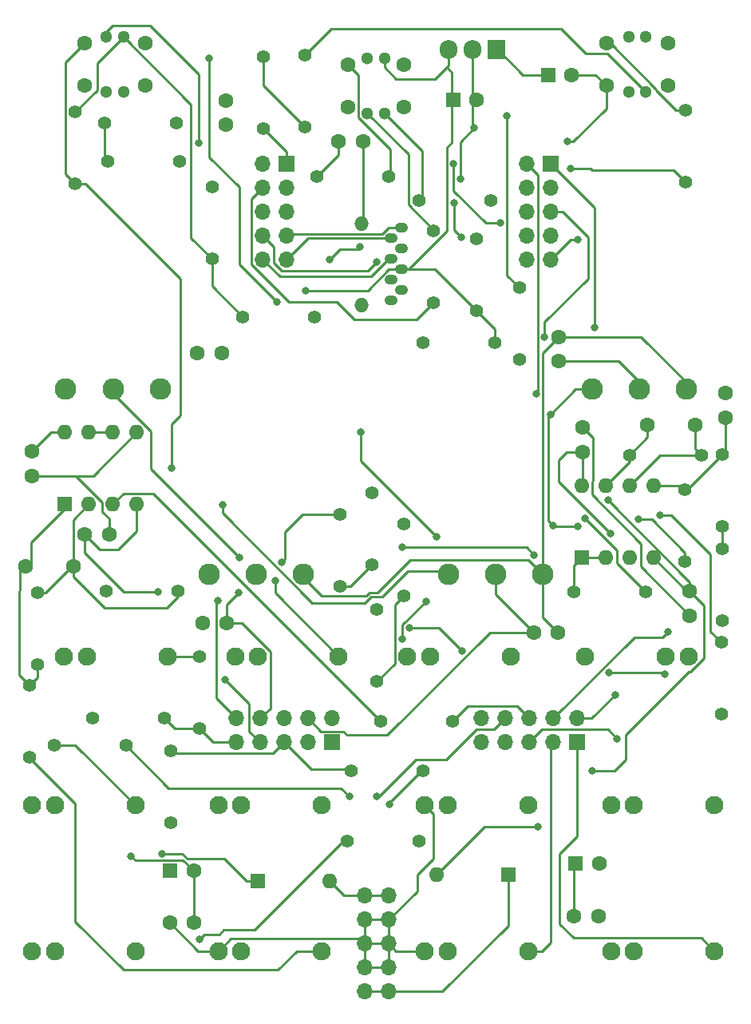
<source format=gbr>
G04 #@! TF.GenerationSoftware,KiCad,Pcbnew,(7.0.0-0)*
G04 #@! TF.CreationDate,2023-03-28T21:35:28-07:00*
G04 #@! TF.ProjectId,Kit-Trig-Sampler,4b69742d-5472-4696-972d-53616d706c65,rev?*
G04 #@! TF.SameCoordinates,PXb745f8PY7402318*
G04 #@! TF.FileFunction,Copper,L1,Top*
G04 #@! TF.FilePolarity,Positive*
%FSLAX46Y46*%
G04 Gerber Fmt 4.6, Leading zero omitted, Abs format (unit mm)*
G04 Created by KiCad (PCBNEW (7.0.0-0)) date 2023-03-28 21:35:28*
%MOMM*%
%LPD*%
G01*
G04 APERTURE LIST*
G04 #@! TA.AperFunction,ComponentPad*
%ADD10C,1.397000*%
G04 #@! TD*
G04 #@! TA.AperFunction,ComponentPad*
%ADD11C,1.600000*%
G04 #@! TD*
G04 #@! TA.AperFunction,ComponentPad*
%ADD12R,1.600000X1.600000*%
G04 #@! TD*
G04 #@! TA.AperFunction,ComponentPad*
%ADD13O,1.600000X1.600000*%
G04 #@! TD*
G04 #@! TA.AperFunction,ComponentPad*
%ADD14R,1.700000X1.700000*%
G04 #@! TD*
G04 #@! TA.AperFunction,ComponentPad*
%ADD15O,1.700000X1.700000*%
G04 #@! TD*
G04 #@! TA.AperFunction,ComponentPad*
%ADD16R,1.905000X2.000000*%
G04 #@! TD*
G04 #@! TA.AperFunction,ComponentPad*
%ADD17O,1.905000X2.000000*%
G04 #@! TD*
G04 #@! TA.AperFunction,ComponentPad*
%ADD18C,1.930400*%
G04 #@! TD*
G04 #@! TA.AperFunction,ComponentPad*
%ADD19C,1.300000*%
G04 #@! TD*
G04 #@! TA.AperFunction,ComponentPad*
%ADD20O,1.397000X1.092200*%
G04 #@! TD*
G04 #@! TA.AperFunction,ComponentPad*
%ADD21O,1.524000X1.524000*%
G04 #@! TD*
G04 #@! TA.AperFunction,ComponentPad*
%ADD22C,2.286000*%
G04 #@! TD*
G04 #@! TA.AperFunction,ViaPad*
%ADD23C,0.800000*%
G04 #@! TD*
G04 #@! TA.AperFunction,Conductor*
%ADD24C,0.250000*%
G04 #@! TD*
G04 APERTURE END LIST*
D10*
G04 #@! TO.P,R17,1*
G04 #@! TO.N,Net-(J5-SIG)*
X35949000Y19623800D03*
G04 #@! TO.P,R17,2*
G04 #@! TO.N,/D2*
X43569000Y19623800D03*
G04 #@! TD*
D11*
G04 #@! TO.P,C7,1*
G04 #@! TO.N,+12V*
X60017200Y11643800D03*
G04 #@! TO.P,C7,2*
G04 #@! TO.N,GND*
X62608000Y11643800D03*
G04 #@! TD*
G04 #@! TO.P,C17,1*
G04 #@! TO.N,/D12*
X35017200Y93743800D03*
G04 #@! TO.P,C17,2*
G04 #@! TO.N,GND*
X37608000Y93743800D03*
G04 #@! TD*
D10*
G04 #@! TO.P,R26,1*
G04 #@! TO.N,Net-(PLAY_BUT1-POLE-A)*
X40299000Y90043800D03*
G04 #@! TO.P,R26,2*
G04 #@! TO.N,/D12*
X32679000Y90043800D03*
G04 #@! TD*
G04 #@! TO.P,R2,1*
G04 #@! TO.N,Net-(J1-SIG)*
X39089000Y44153800D03*
G04 #@! TO.P,R2,2*
G04 #@! TO.N,/A0*
X39089000Y36533800D03*
G04 #@! TD*
G04 #@! TO.P,R37,1*
G04 #@! TO.N,Net-(R37-Pad1)*
X75759000Y52983800D03*
G04 #@! TO.P,R37,2*
G04 #@! TO.N,Net-(U1B-+)*
X75759000Y60603800D03*
G04 #@! TD*
D12*
G04 #@! TO.P,D2,1,K*
G04 #@! TO.N,Net-(D2-K)*
X52998999Y16043799D03*
D13*
G04 #@! TO.P,D2,2,A*
G04 #@! TO.N,-12VA*
X45378999Y16043799D03*
G04 #@! TD*
D10*
G04 #@! TO.P,R33,1*
G04 #@! TO.N,Net-(J13-SIG)*
X43979000Y27093800D03*
G04 #@! TO.P,R33,2*
G04 #@! TO.N,/A4*
X36359000Y27093800D03*
G04 #@! TD*
D14*
G04 #@! TO.P,JC1,1,+12V*
G04 #@! TO.N,/A0*
X34340977Y30079999D03*
D15*
G04 #@! TO.P,JC1,2,+12V*
G04 #@! TO.N,/A1*
X34340977Y32619999D03*
G04 #@! TO.P,JC1,3,GND*
G04 #@! TO.N,/A2*
X31800977Y30079999D03*
G04 #@! TO.P,JC1,4,GND*
G04 #@! TO.N,/A3*
X31800977Y32619999D03*
G04 #@! TO.P,JC1,5,GND*
G04 #@! TO.N,/A4*
X29260977Y30079999D03*
G04 #@! TO.P,JC1,6,GND*
G04 #@! TO.N,/A5*
X29260977Y32619999D03*
G04 #@! TO.P,JC1,7,GND*
G04 #@! TO.N,/A6*
X26720977Y30079999D03*
G04 #@! TO.P,JC1,8,GND*
G04 #@! TO.N,/A7*
X26720977Y32619999D03*
G04 #@! TO.P,JC1,9,-12V*
G04 #@! TO.N,/A8*
X24180977Y30079999D03*
G04 #@! TO.P,JC1,10,-12V*
G04 #@! TO.N,/A9*
X24180977Y32619999D03*
G04 #@! TD*
D10*
G04 #@! TO.P,R16,1*
G04 #@! TO.N,Net-(R16-Pad1)*
X31489000Y95333800D03*
G04 #@! TO.P,R16,2*
G04 #@! TO.N,Net-(Bank_But1-B)*
X31489000Y102953800D03*
G04 #@! TD*
D11*
G04 #@! TO.P,C1,1*
G04 #@! TO.N,/A1*
X58389000Y70472000D03*
G04 #@! TO.P,C1,2*
G04 #@! TO.N,GNDADC*
X58389000Y73062800D03*
G04 #@! TD*
D12*
G04 #@! TO.P,C4,1*
G04 #@! TO.N,+12V*
X60188999Y17243799D03*
D11*
G04 #@! TO.P,C4,2*
G04 #@! TO.N,GND*
X62689000Y17243800D03*
G04 #@! TD*
D10*
G04 #@! TO.P,R5,1*
G04 #@! TO.N,GND*
X41989000Y53253800D03*
G04 #@! TO.P,R5,2*
G04 #@! TO.N,/A0*
X41989000Y45633800D03*
G04 #@! TD*
G04 #@! TO.P,R14,1*
G04 #@! TO.N,Net-(U2A--)*
X3089000Y45963800D03*
G04 #@! TO.P,R14,2*
G04 #@! TO.N,Net-(C11-Pad2)*
X3089000Y38343800D03*
G04 #@! TD*
G04 #@! TO.P,R25,1*
G04 #@! TO.N,Net-(Bank_But1-POLE-A)*
X71805800Y97104200D03*
G04 #@! TO.P,R25,2*
G04 #@! TO.N,/D6*
X71805800Y89484200D03*
G04 #@! TD*
D11*
G04 #@! TO.P,C15,1*
G04 #@! TO.N,-12VA*
X8078200Y52133800D03*
G04 #@! TO.P,C15,2*
G04 #@! TO.N,GND*
X10669000Y52133800D03*
G04 #@! TD*
D12*
G04 #@! TO.P,C19,1*
G04 #@! TO.N,+12V*
X57263999Y100818799D03*
D11*
G04 #@! TO.P,C19,2*
G04 #@! TO.N,GND*
X59764000Y100818800D03*
G04 #@! TD*
D12*
G04 #@! TO.P,C20,1*
G04 #@! TO.N,+3V3*
X47188999Y98218799D03*
D11*
G04 #@! TO.P,C20,2*
G04 #@! TO.N,GND*
X49689000Y98218800D03*
G04 #@! TD*
D12*
G04 #@! TO.P,D1,1,K*
G04 #@! TO.N,+12V*
X26478999Y15343799D03*
D13*
G04 #@! TO.P,D1,2,A*
G04 #@! TO.N,Net-(D1-A)*
X34098999Y15343799D03*
G04 #@! TD*
D11*
G04 #@! TO.P,C13,1*
G04 #@! TO.N,-12VA*
X72289000Y46115600D03*
G04 #@! TO.P,C13,2*
G04 #@! TO.N,GND*
X72289000Y43524800D03*
G04 #@! TD*
D10*
G04 #@! TO.P,R23,1*
G04 #@! TO.N,Net-(PLAY_BUT1-G)*
X54189000Y78253800D03*
G04 #@! TO.P,R23,2*
G04 #@! TO.N,/D14*
X54189000Y70633800D03*
G04 #@! TD*
D11*
G04 #@! TO.P,C9,1*
G04 #@! TO.N,/A7*
X23160800Y42743800D03*
G04 #@! TO.P,C9,2*
G04 #@! TO.N,GNDADC*
X20570000Y42743800D03*
G04 #@! TD*
D12*
G04 #@! TO.P,U1,1*
G04 #@! TO.N,Net-(U1A--)*
X60788999Y49633799D03*
D13*
G04 #@! TO.P,U1,2,-*
X63328999Y49633799D03*
G04 #@! TO.P,U1,3,+*
G04 #@! TO.N,Net-(U1A-+)*
X65868999Y49633799D03*
G04 #@! TO.P,U1,4,V-*
G04 #@! TO.N,-12VA*
X68408999Y49633799D03*
G04 #@! TO.P,U1,5,+*
G04 #@! TO.N,Net-(U1B-+)*
X68408999Y57253799D03*
G04 #@! TO.P,U1,6,-*
G04 #@! TO.N,Net-(U1B--)*
X65868999Y57253799D03*
G04 #@! TO.P,U1,7*
G04 #@! TO.N,/A2*
X63328999Y57253799D03*
G04 #@! TO.P,U1,8,V+*
G04 #@! TO.N,+12V*
X60788999Y57253799D03*
G04 #@! TD*
D10*
G04 #@! TO.P,R30,1*
G04 #@! TO.N,+3V3*
X51562000Y72415400D03*
G04 #@! TO.P,R30,2*
G04 #@! TO.N,/D4*
X43942000Y72415400D03*
G04 #@! TD*
G04 #@! TO.P,R21,1*
G04 #@! TO.N,Net-(R21-Pad1)*
X10219000Y95703800D03*
G04 #@! TO.P,R21,2*
G04 #@! TO.N,Net-(REV_BUT1-R)*
X17839000Y95703800D03*
G04 #@! TD*
G04 #@! TO.P,R20,1*
G04 #@! TO.N,Net-(J6-SIG)*
X4829000Y29753800D03*
G04 #@! TO.P,R20,2*
G04 #@! TO.N,/D13*
X12449000Y29753800D03*
G04 #@! TD*
D15*
G04 #@! TO.P,J14,1,+12V*
G04 #@! TO.N,Net-(D1-A)*
X37818999Y13823799D03*
G04 #@! TO.P,J14,2,+12V*
X40358999Y13823799D03*
G04 #@! TO.P,J14,3,GND*
G04 #@! TO.N,GND*
X37818999Y11283799D03*
G04 #@! TO.P,J14,4,GND*
X40358999Y11283799D03*
G04 #@! TO.P,J14,5,GND*
X37818999Y8743799D03*
G04 #@! TO.P,J14,6,GND*
X40358999Y8743799D03*
G04 #@! TO.P,J14,7,GND*
X37818999Y6203799D03*
G04 #@! TO.P,J14,8,GND*
X40358999Y6203799D03*
G04 #@! TO.P,J14,9,-12V*
G04 #@! TO.N,Net-(D2-K)*
X37818999Y3663799D03*
G04 #@! TO.P,J14,10,-12V*
X40358999Y3663799D03*
G04 #@! TD*
D10*
G04 #@! TO.P,R4,1*
G04 #@! TO.N,Net-(J3-SIG)*
X20289000Y39153800D03*
G04 #@! TO.P,R4,2*
G04 #@! TO.N,/A8*
X20289000Y31533800D03*
G04 #@! TD*
G04 #@! TO.P,R28,1*
G04 #@! TO.N,+3V3*
X21589000Y81333800D03*
G04 #@! TO.P,R28,2*
G04 #@! TO.N,/D18*
X21589000Y88953800D03*
G04 #@! TD*
G04 #@! TO.P,R40,1*
G04 #@! TO.N,/D5*
X27079000Y95173800D03*
G04 #@! TO.P,R40,2*
G04 #@! TO.N,Net-(R16-Pad1)*
X27079000Y102793800D03*
G04 #@! TD*
G04 #@! TO.P,R1,1*
G04 #@! TO.N,Net-(J4-SIG)*
X75639000Y33043800D03*
G04 #@! TO.P,R1,2*
G04 #@! TO.N,Net-(U1A-+)*
X75639000Y40663800D03*
G04 #@! TD*
G04 #@! TO.P,R41,1*
G04 #@! TO.N,/D7*
X18149000Y91653800D03*
G04 #@! TO.P,R41,2*
G04 #@! TO.N,Net-(R21-Pad1)*
X10529000Y91653800D03*
G04 #@! TD*
G04 #@! TO.P,R12,1*
G04 #@! TO.N,/D15*
X47099000Y32343800D03*
G04 #@! TO.P,R12,2*
G04 #@! TO.N,Net-(U2A-+)*
X39479000Y32343800D03*
G04 #@! TD*
D11*
G04 #@! TO.P,C8,1*
G04 #@! TO.N,-12VA*
X19709800Y10943800D03*
G04 #@! TO.P,C8,2*
G04 #@! TO.N,GND*
X17119000Y10943800D03*
G04 #@! TD*
D10*
G04 #@! TO.P,R27,1*
G04 #@! TO.N,+3V3*
X7061200Y96875600D03*
G04 #@! TO.P,R27,2*
G04 #@! TO.N,/A6*
X7061200Y89255600D03*
G04 #@! TD*
D11*
G04 #@! TO.P,C6,1*
G04 #@! TO.N,/A2*
X67774400Y63743800D03*
G04 #@! TO.P,C6,2*
G04 #@! TO.N,Net-(U1B--)*
X72854400Y63743800D03*
G04 #@! TD*
D10*
G04 #@! TO.P,R6,1*
G04 #@! TO.N,GND*
X38589000Y56553800D03*
G04 #@! TO.P,R6,2*
G04 #@! TO.N,/A5*
X38589000Y48933800D03*
G04 #@! TD*
G04 #@! TO.P,R9,1*
G04 #@! TO.N,GND*
X75759000Y42963800D03*
G04 #@! TO.P,R9,2*
G04 #@! TO.N,Net-(R37-Pad1)*
X75759000Y50583800D03*
G04 #@! TD*
G04 #@! TO.P,R32,1*
G04 #@! TO.N,+3V3*
X24879000Y75143800D03*
G04 #@! TO.P,R32,2*
G04 #@! TO.N,/D17*
X32499000Y75143800D03*
G04 #@! TD*
D11*
G04 #@! TO.P,C2,1*
G04 #@! TO.N,/A9*
X20017200Y71343800D03*
G04 #@! TO.P,C2,2*
G04 #@! TO.N,GNDADC*
X22608000Y71343800D03*
G04 #@! TD*
D10*
G04 #@! TO.P,R13,1*
G04 #@! TO.N,GND*
X10329000Y46143800D03*
G04 #@! TO.P,R13,2*
G04 #@! TO.N,Net-(U2A--)*
X17949000Y46143800D03*
G04 #@! TD*
G04 #@! TO.P,R19,1*
G04 #@! TO.N,/D8*
X45089000Y76663800D03*
G04 #@! TO.P,R19,2*
G04 #@! TO.N,Net-(PLAY_BUT1-R)*
X45089000Y84283800D03*
G04 #@! TD*
D12*
G04 #@! TO.P,C5,1*
G04 #@! TO.N,GND*
X17138999Y16443799D03*
D11*
G04 #@! TO.P,C5,2*
G04 #@! TO.N,-12VA*
X19639000Y16443800D03*
G04 #@! TD*
G04 #@! TO.P,C14,1*
G04 #@! TO.N,+12V*
X2489000Y60915600D03*
G04 #@! TO.P,C14,2*
G04 #@! TO.N,GND*
X2489000Y58324800D03*
G04 #@! TD*
D10*
G04 #@! TO.P,R34,1*
G04 #@! TO.N,GND*
X17189000Y21533800D03*
G04 #@! TO.P,R34,2*
G04 #@! TO.N,/A4*
X17189000Y29153800D03*
G04 #@! TD*
D14*
G04 #@! TO.P,JA1,1,+12V*
G04 #@! TO.N,-12VA*
X57530999Y91429991D03*
D15*
G04 #@! TO.P,JA1,2,+12V*
G04 #@! TO.N,VREF+*
X54990999Y91429991D03*
G04 #@! TO.P,JA1,3,GND*
G04 #@! TO.N,/D11*
X57530999Y88889991D03*
G04 #@! TO.P,JA1,4,GND*
G04 #@! TO.N,/D10*
X54990999Y88889991D03*
G04 #@! TO.P,JA1,5,GND*
G04 #@! TO.N,/D14*
X57530999Y86349991D03*
G04 #@! TO.P,JA1,6,GND*
G04 #@! TO.N,/D12*
X54990999Y86349991D03*
G04 #@! TO.P,JA1,7,GND*
G04 #@! TO.N,GND*
X57530999Y83809991D03*
G04 #@! TO.P,JA1,8,GND*
G04 #@! TO.N,GNDADC*
X54990999Y83809991D03*
G04 #@! TO.P,JA1,9,-12V*
G04 #@! TO.N,+12V*
X57530999Y81269991D03*
G04 #@! TO.P,JA1,10,-12V*
G04 #@! TO.N,/Unused(5V)*
X54990999Y81269991D03*
G04 #@! TD*
D10*
G04 #@! TO.P,R31,1*
G04 #@! TO.N,+3V3*
X49649000Y75813800D03*
G04 #@! TO.P,R31,2*
G04 #@! TO.N,/D16*
X49649000Y83433800D03*
G04 #@! TD*
D12*
G04 #@! TO.P,U2,1*
G04 #@! TO.N,Net-(C11-Pad2)*
X5988999Y55333799D03*
D13*
G04 #@! TO.P,U2,2,-*
G04 #@! TO.N,Net-(U2A--)*
X8528999Y55333799D03*
G04 #@! TO.P,U2,3,+*
G04 #@! TO.N,Net-(U2A-+)*
X11068999Y55333799D03*
G04 #@! TO.P,U2,4,V-*
G04 #@! TO.N,-12VA*
X13608999Y55333799D03*
G04 #@! TO.P,U2,5,+*
G04 #@! TO.N,GND*
X13608999Y62953799D03*
G04 #@! TO.P,U2,6,-*
G04 #@! TO.N,Net-(U2B--)*
X11068999Y62953799D03*
G04 #@! TO.P,U2,7*
X8528999Y62953799D03*
G04 #@! TO.P,U2,8,V+*
G04 #@! TO.N,+12V*
X5988999Y62953799D03*
G04 #@! TD*
D10*
G04 #@! TO.P,R7,1*
G04 #@! TO.N,GND*
X8919000Y32673800D03*
G04 #@! TO.P,R7,2*
G04 #@! TO.N,/A8*
X16539000Y32673800D03*
G04 #@! TD*
D16*
G04 #@! TO.P,U3,1,IN*
G04 #@! TO.N,+12V*
X51803999Y103526299D03*
D17*
G04 #@! TO.P,U3,2,GND*
G04 #@! TO.N,GND*
X49263999Y103526299D03*
G04 #@! TO.P,U3,3,OUT*
G04 #@! TO.N,+3V3*
X46723999Y103526299D03*
G04 #@! TD*
D11*
G04 #@! TO.P,C12,1*
G04 #@! TO.N,+12V*
X60889000Y60872000D03*
G04 #@! TO.P,C12,2*
G04 #@! TO.N,GND*
X60889000Y63462800D03*
G04 #@! TD*
G04 #@! TO.P,C16,1*
G04 #@! TO.N,/D6*
X23089000Y95543800D03*
G04 #@! TO.P,C16,2*
G04 #@! TO.N,GND*
X23089000Y98134600D03*
G04 #@! TD*
D10*
G04 #@! TO.P,R11,1*
G04 #@! TO.N,Net-(U1B-+)*
X71789000Y56853800D03*
G04 #@! TO.P,R11,2*
G04 #@! TO.N,VREF+*
X71789000Y49233800D03*
G04 #@! TD*
G04 #@! TO.P,R10,1*
G04 #@! TO.N,/A2*
X65879000Y60543800D03*
G04 #@! TO.P,R10,2*
G04 #@! TO.N,Net-(U1B--)*
X73499000Y60543800D03*
G04 #@! TD*
G04 #@! TO.P,R15,1*
G04 #@! TO.N,Net-(C11-Pad2)*
X2239000Y36093800D03*
G04 #@! TO.P,R15,2*
G04 #@! TO.N,Net-(J7-SIG)*
X2239000Y28473800D03*
G04 #@! TD*
D11*
G04 #@! TO.P,C11,1*
G04 #@! TO.N,Net-(U2A--)*
X6883600Y48763800D03*
G04 #@! TO.P,C11,2*
G04 #@! TO.N,Net-(C11-Pad2)*
X1803600Y48763800D03*
G04 #@! TD*
D10*
G04 #@! TO.P,R18,1*
G04 #@! TO.N,/D11*
X51189000Y87553800D03*
G04 #@! TO.P,R18,2*
G04 #@! TO.N,Net-(PLAY_BUT1-B)*
X43569000Y87553800D03*
G04 #@! TD*
D14*
G04 #@! TO.P,JB1,1,+12V*
G04 #@! TO.N,/AUDIO_OUT2*
X60341001Y30079999D03*
D15*
G04 #@! TO.P,JB1,2,+12V*
G04 #@! TO.N,/D0*
X60341001Y32619999D03*
G04 #@! TO.P,JB1,3,GND*
G04 #@! TO.N,/AUDIO_OUT1*
X57801001Y30079999D03*
G04 #@! TO.P,JB1,4,GND*
G04 #@! TO.N,/D1*
X57801001Y32619999D03*
G04 #@! TO.P,JB1,5,GND*
G04 #@! TO.N,/AUDIO_IN2*
X55261001Y30079999D03*
G04 #@! TO.P,JB1,6,GND*
G04 #@! TO.N,/D15*
X55261001Y32619999D03*
G04 #@! TO.P,JB1,7,GND*
G04 #@! TO.N,/AUDIO_IN1*
X52721001Y30079999D03*
G04 #@! TO.P,JB1,8,GND*
G04 #@! TO.N,/D13*
X52721001Y32619999D03*
G04 #@! TO.P,JB1,9,-12V*
G04 #@! TO.N,/D3*
X50181001Y30079999D03*
G04 #@! TO.P,JB1,10,-12V*
G04 #@! TO.N,/D2*
X50181001Y32619999D03*
G04 #@! TD*
D10*
G04 #@! TO.P,R8,1*
G04 #@! TO.N,Net-(U1A--)*
X59979000Y46043800D03*
G04 #@! TO.P,R8,2*
G04 #@! TO.N,Net-(U1B--)*
X67599000Y46043800D03*
G04 #@! TD*
D11*
G04 #@! TO.P,C3,1*
G04 #@! TO.N,GND*
X76089000Y67115600D03*
G04 #@! TO.P,C3,2*
G04 #@! TO.N,Net-(U1B-+)*
X76089000Y64524800D03*
G04 #@! TD*
D14*
G04 #@! TO.P,JD1,1,+12V*
G04 #@! TO.N,/D5*
X29530979Y91429991D03*
D15*
G04 #@! TO.P,JD1,2,+12V*
G04 #@! TO.N,/D6*
X26990979Y91429991D03*
G04 #@! TO.P,JD1,3,GND*
G04 #@! TO.N,/D19*
X29530979Y88889991D03*
G04 #@! TO.P,JD1,4,GND*
G04 #@! TO.N,/D8*
X26990979Y88889991D03*
G04 #@! TO.P,JD1,5,GND*
G04 #@! TO.N,/D18*
X29530979Y86349991D03*
G04 #@! TO.P,JD1,6,GND*
G04 #@! TO.N,/D7*
X26990979Y86349991D03*
G04 #@! TO.P,JD1,7,GND*
G04 #@! TO.N,/D17*
X29530979Y83809991D03*
G04 #@! TO.P,JD1,8,GND*
G04 #@! TO.N,/D4*
X26990979Y83809991D03*
G04 #@! TO.P,JD1,9,-12V*
G04 #@! TO.N,/D16*
X29530979Y81269991D03*
G04 #@! TO.P,JD1,10,-12V*
G04 #@! TO.N,/D9*
X26990979Y81269991D03*
G04 #@! TD*
D10*
G04 #@! TO.P,R3,1*
G04 #@! TO.N,Net-(J2-SIG)*
X35189000Y54253800D03*
G04 #@! TO.P,R3,2*
G04 #@! TO.N,/A5*
X35189000Y46633800D03*
G04 #@! TD*
D11*
G04 #@! TO.P,C10,1*
G04 #@! TO.N,/A3*
X55717200Y41743800D03*
G04 #@! TO.P,C10,2*
G04 #@! TO.N,GNDADC*
X58308000Y41743800D03*
G04 #@! TD*
D18*
G04 #@! TO.P,J10,1,SIG*
G04 #@! TO.N,/AUDIO_IN1*
X55153000Y23386564D03*
G04 #@! TO.P,J10,2,SHEILD*
G04 #@! TO.N,GND*
X44180200Y23386564D03*
G04 #@! TO.P,J10,3,SW*
G04 #@! TO.N,unconnected-(J10-SW-Pad3)*
X46593200Y23386564D03*
G04 #@! TD*
D11*
G04 #@! TO.P,Bank_But1,1,UP-A*
G04 #@! TO.N,unconnected-(Bank_But1-UP-A-Pad1)*
X69939000Y104186564D03*
G04 #@! TO.P,Bank_But1,2,POLE-A*
G04 #@! TO.N,Net-(Bank_But1-POLE-A)*
X63439000Y104186564D03*
G04 #@! TO.P,Bank_But1,3,DOWN-A*
G04 #@! TO.N,unconnected-(Bank_But1-DOWN-A-Pad3)*
X69939000Y99686564D03*
G04 #@! TO.P,Bank_But1,4,UP-B*
G04 #@! TO.N,GND*
X63439000Y99686564D03*
D19*
G04 #@! TO.P,Bank_But1,5,CA*
G04 #@! TO.N,+3V3*
X67589000Y104836564D03*
G04 #@! TO.P,Bank_But1,6,G*
G04 #@! TO.N,/D0*
X65789000Y104836564D03*
G04 #@! TO.P,Bank_But1,7,R*
G04 #@! TO.N,/D1*
X65789000Y99036564D03*
G04 #@! TO.P,Bank_But1,8,B*
G04 #@! TO.N,Net-(Bank_But1-B)*
X67589000Y99036564D03*
G04 #@! TD*
D20*
G04 #@! TO.P,SD1,1,DAT2*
G04 #@! TO.N,/D18*
X40618999Y76904048D03*
G04 #@! TO.P,SD1,2,CD/DAT3*
G04 #@! TO.N,/D19*
X41718819Y78003868D03*
G04 #@! TO.P,SD1,3,CMD*
G04 #@! TO.N,/D4*
X40618999Y79103942D03*
G04 #@! TO.P,SD1,4,VDD*
G04 #@! TO.N,+3V3*
X41718819Y80203762D03*
G04 #@! TO.P,SD1,5,CLK*
G04 #@! TO.N,/D9*
X40618999Y81303836D03*
G04 #@! TO.P,SD1,6,VSS*
G04 #@! TO.N,GND*
X41718819Y82403656D03*
G04 #@! TO.P,SD1,7,DAT0*
G04 #@! TO.N,/D16*
X40618999Y83503730D03*
G04 #@! TO.P,SD1,8,DAT1*
G04 #@! TO.N,/D17*
X41718819Y84603550D03*
D21*
G04 #@! TO.P,SD1,9,SHELL1*
G04 #@! TO.N,GND*
X37449079Y76461199D03*
G04 #@! TO.P,SD1,10,SHELL2*
X37449079Y85046399D03*
G04 #@! TD*
D22*
G04 #@! TO.P,POT_LENGTH1,1,Left*
G04 #@! TO.N,GNDADC*
X31289000Y47919800D03*
G04 #@! TO.P,POT_LENGTH1,2,Center*
G04 #@! TO.N,/A7*
X26289000Y47919800D03*
G04 #@! TO.P,POT_LENGTH1,3,Right*
G04 #@! TO.N,VREF+*
X21289000Y47919800D03*
G04 #@! TD*
D18*
G04 #@! TO.P,J2,1,SIG*
G04 #@! TO.N,Net-(J2-SIG)*
X35046000Y39186564D03*
G04 #@! TO.P,J2,2,SHEILD*
G04 #@! TO.N,GND*
X24073200Y39186564D03*
G04 #@! TO.P,J2,3,SW*
X26486200Y39186564D03*
G04 #@! TD*
D22*
G04 #@! TO.P,POT_PITCH1,1,Left*
G04 #@! TO.N,GNDADC*
X71889000Y67507564D03*
G04 #@! TO.P,POT_PITCH1,2,Center*
G04 #@! TO.N,/A1*
X66889000Y67507564D03*
G04 #@! TO.P,POT_PITCH1,3,Right*
G04 #@! TO.N,VREF+*
X61889000Y67507564D03*
G04 #@! TD*
D18*
G04 #@! TO.P,J7,1,SIG*
G04 #@! TO.N,Net-(J7-SIG)*
X33266000Y7961564D03*
G04 #@! TO.P,J7,2,SHEILD*
G04 #@! TO.N,GND*
X22293200Y7961564D03*
G04 #@! TO.P,J7,3,SW*
G04 #@! TO.N,unconnected-(J7-SW-Pad3)*
X24706200Y7961564D03*
G04 #@! TD*
G04 #@! TO.P,J6,1,SIG*
G04 #@! TO.N,Net-(J6-SIG)*
X13471000Y23386564D03*
G04 #@! TO.P,J6,2,SHEILD*
G04 #@! TO.N,GND*
X2498200Y23386564D03*
G04 #@! TO.P,J6,3,SW*
X4911200Y23386564D03*
G04 #@! TD*
G04 #@! TO.P,J4,1,SIG*
G04 #@! TO.N,Net-(J4-SIG)*
X61182000Y39186564D03*
G04 #@! TO.P,J4,2,SHEILD*
G04 #@! TO.N,GND*
X72154800Y39186564D03*
G04 #@! TO.P,J4,3,SW*
X69741800Y39186564D03*
G04 #@! TD*
D11*
G04 #@! TO.P,REV_BUT1,1,UP-A*
G04 #@! TO.N,unconnected-(REV_BUT1-UP-A-Pad1)*
X14539000Y104186564D03*
G04 #@! TO.P,REV_BUT1,2,POLE-A*
G04 #@! TO.N,/A6*
X8039000Y104186564D03*
G04 #@! TO.P,REV_BUT1,3,DOWN-A*
G04 #@! TO.N,unconnected-(REV_BUT1-DOWN-A-Pad3)*
X14539000Y99686564D03*
G04 #@! TO.P,REV_BUT1,4,UP-B*
G04 #@! TO.N,GND*
X8039000Y99686564D03*
D19*
G04 #@! TO.P,REV_BUT1,5,CA*
G04 #@! TO.N,+3V3*
X12189000Y104836564D03*
G04 #@! TO.P,REV_BUT1,6,G*
G04 #@! TO.N,/D10*
X10389000Y104836564D03*
G04 #@! TO.P,REV_BUT1,7,R*
G04 #@! TO.N,Net-(REV_BUT1-R)*
X10389000Y99036564D03*
G04 #@! TO.P,REV_BUT1,8,B*
G04 #@! TO.N,/D3*
X12189000Y99036564D03*
G04 #@! TD*
D18*
G04 #@! TO.P,J5,1,SIG*
G04 #@! TO.N,Net-(J5-SIG)*
X13471000Y7961564D03*
G04 #@! TO.P,J5,2,SHEILD*
G04 #@! TO.N,GND*
X2498200Y7961564D03*
G04 #@! TO.P,J5,3,SW*
X4911200Y7961564D03*
G04 #@! TD*
G04 #@! TO.P,J9,1,SIG*
G04 #@! TO.N,/AUDIO_OUT1*
X55126000Y7961564D03*
G04 #@! TO.P,J9,2,SHEILD*
G04 #@! TO.N,GND*
X44153200Y7961564D03*
G04 #@! TO.P,J9,3,SW*
G04 #@! TO.N,unconnected-(J9-SW-Pad3)*
X46566200Y7961564D03*
G04 #@! TD*
G04 #@! TO.P,J8,1,SIG*
G04 #@! TO.N,/AUDIO_IN2*
X74921000Y23386564D03*
G04 #@! TO.P,J8,2,SHEILD*
G04 #@! TO.N,GND*
X63948200Y23386564D03*
G04 #@! TO.P,J8,3,SW*
G04 #@! TO.N,unconnected-(J8-SW-Pad3)*
X66361200Y23386564D03*
G04 #@! TD*
G04 #@! TO.P,J1,1,SIG*
G04 #@! TO.N,Net-(J1-SIG)*
X53271000Y39186564D03*
G04 #@! TO.P,J1,2,SHEILD*
G04 #@! TO.N,GND*
X42298200Y39186564D03*
G04 #@! TO.P,J1,3,SW*
X44711200Y39186564D03*
G04 #@! TD*
G04 #@! TO.P,J11,1,SIG*
G04 #@! TO.N,/AUDIO_OUT2*
X74921000Y7961564D03*
G04 #@! TO.P,J11,2,SHEILD*
G04 #@! TO.N,GND*
X63948200Y7961564D03*
G04 #@! TO.P,J11,3,SW*
G04 #@! TO.N,unconnected-(J11-SW-Pad3)*
X66361200Y7961564D03*
G04 #@! TD*
G04 #@! TO.P,J13,1,SIG*
G04 #@! TO.N,Net-(J13-SIG)*
X33239000Y23386564D03*
G04 #@! TO.P,J13,2,SHEILD*
G04 #@! TO.N,GND*
X22266200Y23386564D03*
G04 #@! TO.P,J13,3,SW*
X24679200Y23386564D03*
G04 #@! TD*
D22*
G04 #@! TO.P,POT_START1,1,Left*
G04 #@! TO.N,GNDADC*
X56689000Y47875481D03*
G04 #@! TO.P,POT_START1,2,Center*
G04 #@! TO.N,/A3*
X51689000Y47875481D03*
G04 #@! TO.P,POT_START1,3,Right*
G04 #@! TO.N,VREF+*
X46689000Y47875481D03*
G04 #@! TD*
D11*
G04 #@! TO.P,PLAY_BUT1,1,UP-A*
G04 #@! TO.N,unconnected-(PLAY_BUT1-UP-A-Pad1)*
X41985000Y101911564D03*
G04 #@! TO.P,PLAY_BUT1,2,POLE-A*
G04 #@! TO.N,Net-(PLAY_BUT1-POLE-A)*
X35993000Y101911564D03*
G04 #@! TO.P,PLAY_BUT1,3,DOWN-A*
G04 #@! TO.N,unconnected-(PLAY_BUT1-DOWN-A-Pad3)*
X41985000Y97411564D03*
G04 #@! TO.P,PLAY_BUT1,4,UP-B*
G04 #@! TO.N,GND*
X35993000Y97411564D03*
D19*
G04 #@! TO.P,PLAY_BUT1,5,CA*
G04 #@! TO.N,+3V3*
X39889000Y102561564D03*
G04 #@! TO.P,PLAY_BUT1,6,G*
G04 #@! TO.N,Net-(PLAY_BUT1-G)*
X38089000Y102561564D03*
G04 #@! TO.P,PLAY_BUT1,7,R*
G04 #@! TO.N,Net-(PLAY_BUT1-R)*
X38089000Y96761564D03*
G04 #@! TO.P,PLAY_BUT1,8,B*
G04 #@! TO.N,Net-(PLAY_BUT1-B)*
X39889000Y96761564D03*
G04 #@! TD*
D22*
G04 #@! TO.P,POT_SAMP1,1,Left*
G04 #@! TO.N,GNDADC*
X16089000Y67507564D03*
G04 #@! TO.P,POT_SAMP1,2,Center*
G04 #@! TO.N,/A9*
X11089000Y67507564D03*
G04 #@! TO.P,POT_SAMP1,3,Right*
G04 #@! TO.N,VREF+*
X6089000Y67507564D03*
G04 #@! TD*
D18*
G04 #@! TO.P,J3,1,SIG*
G04 #@! TO.N,Net-(J3-SIG)*
X16871000Y39186564D03*
G04 #@! TO.P,J3,2,SHEILD*
G04 #@! TO.N,GND*
X5898200Y39186564D03*
G04 #@! TO.P,J3,3,SW*
X8311200Y39186564D03*
G04 #@! TD*
D23*
G04 #@! TO.N,GND*
X59314000Y93743800D03*
X49439000Y95218800D03*
X37279000Y82633800D03*
X47283500Y87254800D03*
X47953500Y89819300D03*
X34031701Y81276501D03*
X48046299Y83641099D03*
G04 #@! TO.N,+3V3*
X31519000Y77973800D03*
G04 #@! TO.N,+12V*
X60389000Y83368800D03*
X63889000Y52243800D03*
X16289000Y18293300D03*
G04 #@! TO.N,-12VA*
X15849000Y46013800D03*
X63609000Y55763800D03*
X62169000Y74043800D03*
X12989000Y18043800D03*
X61889000Y27043800D03*
X56189000Y21143800D03*
G04 #@! TO.N,/A2*
X55789000Y49943800D03*
X41789000Y50743800D03*
G04 #@! TO.N,/A7*
X24389000Y45943800D03*
G04 #@! TO.N,/A6*
X22989000Y36743800D03*
X17335343Y59190143D03*
G04 #@! TO.N,/D6*
X59664500Y90918800D03*
G04 #@! TO.N,/A9*
X22189000Y45143800D03*
X24489000Y49643800D03*
G04 #@! TO.N,Net-(U1B--)*
X61189000Y53793300D03*
G04 #@! TO.N,/D13*
X39089000Y24343800D03*
X36189000Y24343800D03*
G04 #@! TO.N,/AUDIO_IN2*
X64589000Y30443800D03*
G04 #@! TO.N,Net-(J1-SIG)*
X42538899Y42243800D03*
X48121701Y39801099D03*
G04 #@! TO.N,VREF+*
X60429000Y52943800D03*
X66879000Y53736099D03*
X22689000Y55243800D03*
X57489000Y64843800D03*
X57814000Y53068800D03*
X55964500Y67043800D03*
G04 #@! TO.N,/D10*
X20189000Y93603800D03*
G04 #@! TO.N,/D14*
X56890500Y73043800D03*
G04 #@! TO.N,/D12*
X47229000Y91423800D03*
X52164500Y85153800D03*
G04 #@! TO.N,/D0*
X64389000Y35143800D03*
G04 #@! TO.N,/D1*
X69951299Y41781501D03*
G04 #@! TO.N,/D3*
X21279000Y102593800D03*
X28509000Y76733800D03*
X37359000Y62963800D03*
X45409000Y51883800D03*
G04 #@! TO.N,/A1*
X41789000Y41043800D03*
X44289000Y45043800D03*
G04 #@! TO.N,Net-(J2-SIG)*
X28295600Y47218600D03*
X28973440Y49166442D03*
G04 #@! TO.N,Net-(J4-SIG)*
X69672200Y37287200D03*
X63686900Y37481300D03*
G04 #@! TO.N,Net-(J13-SIG)*
X40399000Y23533800D03*
G04 #@! TO.N,Net-(PLAY_BUT1-G)*
X52839000Y96453800D03*
G04 #@! TO.N,Net-(U1A-+)*
X69149000Y54153800D03*
G04 #@! TO.N,/D4*
X39031701Y81011099D03*
G04 #@! TO.N,Net-(J5-SIG)*
X20249000Y9163800D03*
G04 #@! TD*
D24*
G04 #@! TO.N,GND*
X13609000Y62953800D02*
X8980000Y58324800D01*
X41141236Y7961564D02*
X40359000Y8743800D01*
X37819000Y6203800D02*
X40359000Y6203800D01*
X17119000Y10943800D02*
X20101236Y7961564D01*
X59764000Y100818800D02*
X62306764Y100818800D01*
X37819000Y11283800D02*
X37819000Y8743800D01*
X9944000Y54518800D02*
X10669000Y53793800D01*
X61914000Y56787809D02*
X61889000Y56762809D01*
X37819000Y8743800D02*
X40359000Y8743800D01*
X45089000Y17763800D02*
X43379000Y16053800D01*
X67089000Y51143800D02*
X67089000Y48724800D01*
X63439000Y99686564D02*
X63439000Y97273800D01*
X2489000Y58324800D02*
X6749000Y58324800D01*
X44153200Y7961564D02*
X41141236Y7961564D01*
X23583400Y9251764D02*
X37311036Y9251764D01*
X34031701Y81276501D02*
X35150787Y82395587D01*
X37040787Y82395587D02*
X37279000Y82633800D01*
X7128991Y58324800D02*
X9944000Y55509791D01*
X48046299Y83641099D02*
X47283500Y84403898D01*
X47953500Y93733300D02*
X49439000Y95218800D01*
X59314000Y93743800D02*
X59909000Y93743800D01*
X20101236Y7961564D02*
X22293200Y7961564D01*
X47953500Y89819300D02*
X47953500Y93733300D01*
X37608000Y93743800D02*
X37608000Y85205320D01*
X40359000Y6203800D02*
X40359000Y8743800D01*
X67089000Y48724800D02*
X72289000Y43524800D01*
X6749000Y58324800D02*
X7128991Y58324800D01*
X62306764Y100818800D02*
X63439000Y99686564D01*
X35150787Y82395587D02*
X37040787Y82395587D01*
X49439000Y95218800D02*
X49264000Y95393800D01*
X8980000Y58324800D02*
X6749000Y58324800D01*
X43379000Y16053800D02*
X43379000Y14303800D01*
X45089000Y22477764D02*
X45089000Y17763800D01*
X9944000Y55509791D02*
X9944000Y54518800D01*
X60889000Y63462800D02*
X62014000Y62337800D01*
X40359000Y11283800D02*
X37819000Y11283800D01*
X22293200Y7961564D02*
X23583400Y9251764D01*
X47283500Y84403898D02*
X47283500Y87254800D01*
X49264000Y95393800D02*
X49264000Y103526300D01*
X62014000Y62337800D02*
X62014000Y57819791D01*
X10669000Y52133800D02*
X10669000Y53793800D01*
X62014000Y57819791D02*
X61914000Y57719791D01*
X61889000Y56762809D02*
X61889000Y56343800D01*
X37819000Y8743800D02*
X37819000Y6203800D01*
X44180200Y23386564D02*
X45089000Y22477764D01*
X59909000Y93743800D02*
X63439000Y97273800D01*
X61889000Y56343800D02*
X67089000Y51143800D01*
X43379000Y14303800D02*
X40359000Y11283800D01*
X61914000Y57719791D02*
X61914000Y56787809D01*
X40359000Y8743800D02*
X40359000Y11283800D01*
G04 #@! TO.N,+3V3*
X21589000Y78433800D02*
X24879000Y75143800D01*
X46504000Y93108800D02*
X46504000Y91123495D01*
X46509000Y101623800D02*
X47064000Y101068800D01*
X51562000Y72415400D02*
X51562000Y73900800D01*
X47064000Y101068800D02*
X47064000Y93668800D01*
X19349000Y97676564D02*
X19349000Y83573800D01*
X46509000Y101623800D02*
X46724000Y101838800D01*
X45259037Y80203763D02*
X41718820Y80203763D01*
X38104536Y77973800D02*
X40334499Y80203763D01*
X49649000Y75813800D02*
X45259037Y80203763D01*
X42456411Y80203763D02*
X41718820Y80203763D01*
X41137526Y100393800D02*
X39889000Y101642326D01*
X51562000Y73900800D02*
X49649000Y75813800D01*
X40334499Y80203763D02*
X41718820Y80203763D01*
X46559000Y91068495D02*
X46559000Y84306352D01*
X9414000Y99228400D02*
X7061200Y96875600D01*
X12189000Y104836564D02*
X9414000Y102061564D01*
X46509000Y101623800D02*
X45279000Y100393800D01*
X46504000Y91123495D02*
X46559000Y91068495D01*
X45279000Y100393800D02*
X41137526Y100393800D01*
X19349000Y83573800D02*
X21589000Y81333800D01*
X9414000Y102061564D02*
X9414000Y99228400D01*
X46724000Y101838800D02*
X46724000Y103526300D01*
X12189000Y104836564D02*
X19349000Y97676564D01*
X47064000Y93668800D02*
X46504000Y93108800D01*
X39889000Y101642326D02*
X39889000Y102561564D01*
X42456411Y80203763D02*
X46559000Y84306352D01*
X21589000Y81333800D02*
X21589000Y78433800D01*
X31519000Y77973800D02*
X38104536Y77973800D01*
G04 #@! TO.N,/A4*
X29260978Y30080000D02*
X32107178Y27233800D01*
X28085978Y28905000D02*
X17437800Y28905000D01*
X29260978Y30080000D02*
X28085978Y28905000D01*
X32107178Y27233800D02*
X36219000Y27233800D01*
G04 #@! TO.N,GNDADC*
X37955500Y45610300D02*
X38289000Y45943800D01*
X42642681Y49397481D02*
X55167000Y49397481D01*
X39189000Y45943800D02*
X42642681Y49397481D01*
X67133764Y73062800D02*
X72689000Y67507564D01*
X56689000Y71362800D02*
X58389000Y73062800D01*
X38289000Y45943800D02*
X39189000Y45943800D01*
X31289000Y47543800D02*
X33222500Y45610300D01*
X56689000Y43362800D02*
X58308000Y41743800D01*
X56689000Y47875481D02*
X56689000Y71362800D01*
X58389000Y73062800D02*
X67133764Y73062800D01*
X56689000Y47875481D02*
X56689000Y43362800D01*
X55167000Y49397481D02*
X56689000Y47875481D01*
X33222500Y45610300D02*
X37955500Y45610300D01*
G04 #@! TO.N,/A5*
X36289000Y46633800D02*
X38589000Y48933800D01*
X35189000Y46633800D02*
X36289000Y46633800D01*
G04 #@! TO.N,Net-(Bank_But1-B)*
X58619000Y105713800D02*
X34249000Y105713800D01*
X67589000Y99036564D02*
X63564000Y103061564D01*
X34249000Y105713800D02*
X31489000Y102953800D01*
X61271236Y103061564D02*
X58619000Y105713800D01*
X63564000Y103061564D02*
X61271236Y103061564D01*
G04 #@! TO.N,+12V*
X4527200Y62953800D02*
X2489000Y60915600D01*
X18425896Y18293300D02*
X18975396Y17743800D01*
X54604000Y100818800D02*
X57264000Y100818800D01*
X5989000Y62953800D02*
X4527200Y62953800D01*
X57531000Y81269992D02*
X59629808Y83368800D01*
X59217200Y60872000D02*
X60889000Y60872000D01*
X18975396Y17743800D02*
X22889000Y17743800D01*
X58389000Y60043800D02*
X59217200Y60872000D01*
X25289000Y15343800D02*
X26479000Y15343800D01*
X59629808Y83368800D02*
X60389000Y83368800D01*
X22889000Y17743800D02*
X25289000Y15343800D01*
X58389000Y57743800D02*
X58389000Y60043800D01*
X60889000Y60872000D02*
X60889000Y57353800D01*
X63889000Y52243800D02*
X58389000Y57743800D01*
X51896500Y103526300D02*
X54604000Y100818800D01*
X16289000Y18293300D02*
X18425896Y18293300D01*
X60017200Y17272000D02*
X60017200Y11643800D01*
G04 #@! TO.N,-12VA*
X11659000Y50553800D02*
X13609000Y52503800D01*
X9658200Y50553800D02*
X11659000Y50553800D01*
X72289000Y46115600D02*
X73789000Y44615600D01*
X8078200Y52133800D02*
X9658200Y50553800D01*
X68409000Y49633800D02*
X71927200Y46115600D01*
X50479000Y21143800D02*
X56189000Y21143800D01*
X61889000Y27043800D02*
X64289000Y27043800D01*
X18514000Y17568800D02*
X19639000Y16443800D01*
X12249000Y46013800D02*
X8078200Y50184600D01*
X8078200Y50184600D02*
X8078200Y52133800D01*
X13464000Y17568800D02*
X18514000Y17568800D01*
X13609000Y52503800D02*
X13609000Y55333800D01*
X45379000Y16043800D02*
X50479000Y21143800D01*
X57531000Y91429992D02*
X62169000Y86791992D01*
X64289000Y27043800D02*
X65489000Y28243800D01*
X65489000Y30843400D02*
X65489000Y28243800D01*
X15849000Y46013800D02*
X12249000Y46013800D01*
X63609000Y55763800D02*
X72289000Y47083800D01*
X72189400Y37543800D02*
X65489000Y30843400D01*
X73789000Y44615600D02*
X73789000Y38996145D01*
X19639000Y16443800D02*
X19639000Y11014600D01*
X12989000Y18043800D02*
X13464000Y17568800D01*
X73789000Y38996145D02*
X72336655Y37543800D01*
X72289000Y47083800D02*
X72289000Y46115600D01*
X72336655Y37543800D02*
X72189400Y37543800D01*
X62169000Y86791992D02*
X62169000Y74043800D01*
G04 #@! TO.N,/A2*
X67774400Y63743800D02*
X67774400Y62439200D01*
X63329000Y57253800D02*
X65879000Y59803800D01*
X67774400Y62439200D02*
X65879000Y60543800D01*
X54989000Y50743800D02*
X55789000Y49943800D01*
X41789000Y50743800D02*
X54989000Y50743800D01*
X65879000Y59803800D02*
X65879000Y60543800D01*
G04 #@! TO.N,/A7*
X23160800Y42743800D02*
X23160800Y44715600D01*
X27789000Y39708383D02*
X27789000Y33688022D01*
X27789000Y33688022D02*
X26720978Y32620000D01*
X24753583Y42743800D02*
X27789000Y39708383D01*
X23160800Y44715600D02*
X24389000Y45943800D01*
X23160800Y42743800D02*
X24753583Y42743800D01*
G04 #@! TO.N,/A6*
X8167200Y89255600D02*
X7061200Y89255600D01*
X26720978Y30080000D02*
X25545978Y31255000D01*
X18211800Y64709914D02*
X18211800Y79211000D01*
X25545978Y34186822D02*
X22989000Y36743800D01*
X25545978Y31255000D02*
X25545978Y34186822D01*
X6037700Y90279100D02*
X7061200Y89255600D01*
X18211800Y79211000D02*
X8167200Y89255600D01*
X6037700Y102185264D02*
X6037700Y90279100D01*
X17335343Y59190143D02*
X17335343Y63833457D01*
X17335343Y63833457D02*
X18211800Y64709914D01*
X8039000Y104186564D02*
X6037700Y102185264D01*
G04 #@! TO.N,Net-(R16-Pad1)*
X31489000Y95333800D02*
X27079000Y99743800D01*
X27079000Y99743800D02*
X27079000Y102793800D01*
G04 #@! TO.N,Net-(C11-Pad2)*
X1139000Y37193800D02*
X2239000Y36093800D01*
X1139000Y46113800D02*
X1139000Y37193800D01*
X5989000Y54809200D02*
X2423600Y51243800D01*
X1803600Y48763800D02*
X1249000Y48209200D01*
X3089000Y36943800D02*
X2239000Y36093800D01*
X1249000Y48209200D02*
X1249000Y46223800D01*
X2423600Y51243800D02*
X2423600Y48988400D01*
X3089000Y38343800D02*
X3089000Y36943800D01*
X1249000Y46223800D02*
X1139000Y46113800D01*
G04 #@! TO.N,/D6*
X61735200Y90918800D02*
X61925200Y90728800D01*
X61925200Y90728800D02*
X70561200Y90728800D01*
X59664500Y90918800D02*
X61735200Y90918800D01*
X70561200Y90728800D02*
X71805800Y89484200D01*
G04 #@! TO.N,/D8*
X26990980Y88889992D02*
X25815980Y87714992D01*
X34819000Y76783800D02*
X36739000Y74863800D01*
X43289000Y74863800D02*
X45089000Y76663800D01*
X25815980Y80746820D02*
X29779000Y76783800D01*
X36739000Y74863800D02*
X43289000Y74863800D01*
X29779000Y76783800D02*
X34819000Y76783800D01*
X25815980Y87714992D02*
X25815980Y80746820D01*
G04 #@! TO.N,/A9*
X22035800Y44990600D02*
X22035800Y34765178D01*
X22189000Y45143800D02*
X22035800Y44990600D01*
X22035800Y34765178D02*
X24180978Y32620000D01*
X15089000Y59043800D02*
X24489000Y49643800D01*
X15089000Y63064791D02*
X15089000Y59043800D01*
X10646227Y67507564D02*
X15089000Y63064791D01*
G04 #@! TO.N,Net-(R21-Pad1)*
X10219000Y95703800D02*
X10219000Y91963800D01*
G04 #@! TO.N,Net-(Bank_But1-POLE-A)*
X63848009Y104186564D02*
X68732400Y99302173D01*
X68732400Y99302173D02*
X68732400Y99187000D01*
X70815200Y97104200D02*
X71805800Y97104200D01*
X68732400Y99187000D02*
X70815200Y97104200D01*
G04 #@! TO.N,Net-(U1B-+)*
X76089000Y64524800D02*
X76089000Y60933800D01*
X75759000Y60603800D02*
X72009000Y56853800D01*
X68409000Y57253800D02*
X71389000Y57253800D01*
G04 #@! TO.N,Net-(U1B--)*
X72854400Y63743800D02*
X72854400Y61188400D01*
X65869000Y57253800D02*
X69159000Y60543800D01*
X72854400Y61188400D02*
X73499000Y60543800D01*
X61189000Y53793300D02*
X64589000Y50393300D01*
X69159000Y60543800D02*
X73499000Y60543800D01*
X64589000Y49053800D02*
X67599000Y46043800D01*
X64589000Y50393300D02*
X64589000Y49053800D01*
G04 #@! TO.N,/D15*
X48699000Y33943800D02*
X53937202Y33943800D01*
X47099000Y32343800D02*
X48699000Y33943800D01*
X53937202Y33943800D02*
X55261002Y32620000D01*
G04 #@! TO.N,/D13*
X12449000Y29753800D02*
X16969000Y25233800D01*
X46464698Y28267300D02*
X49642398Y31445000D01*
X16969000Y25233800D02*
X35299000Y25233800D01*
X52721002Y32620000D02*
X51546002Y31445000D01*
X39289000Y24343800D02*
X43212500Y28267300D01*
X51546002Y31445000D02*
X49642398Y31445000D01*
X39289000Y24343800D02*
X39089000Y24343800D01*
X46464698Y28267300D02*
X43212500Y28267300D01*
X35299000Y25233800D02*
X36189000Y24343800D01*
G04 #@! TO.N,/AUDIO_IN2*
X63587800Y31445000D02*
X64589000Y30443800D01*
X56626002Y31445000D02*
X63587800Y31445000D01*
X55261002Y30080000D02*
X56626002Y31445000D01*
G04 #@! TO.N,Net-(U2A--)*
X6883600Y48763800D02*
X6883600Y53688400D01*
X16809000Y44343800D02*
X17949000Y45483800D01*
X10172230Y44343800D02*
X16809000Y44343800D01*
X3089000Y45963800D02*
X3943600Y45963800D01*
X6883600Y47632430D02*
X10172230Y44343800D01*
X6883600Y53688400D02*
X8529000Y55333800D01*
X17949000Y45483800D02*
X17949000Y46143800D01*
X3943600Y45963800D02*
X6743600Y48763800D01*
X6883600Y48763800D02*
X6883600Y47632430D01*
G04 #@! TO.N,/AUDIO_OUT1*
X56595992Y7961564D02*
X55126000Y7961564D01*
X57489000Y8854572D02*
X56595992Y7961564D01*
X57489000Y29767998D02*
X57489000Y8854572D01*
G04 #@! TO.N,Net-(D1-A)*
X35619000Y13823800D02*
X34099000Y15343800D01*
X40359000Y13823800D02*
X37819000Y13823800D01*
X37819000Y13823800D02*
X35619000Y13823800D01*
G04 #@! TO.N,Net-(D2-K)*
X37819000Y3663800D02*
X40359000Y3663800D01*
X52999000Y10653800D02*
X52999000Y16043800D01*
X46009000Y3663800D02*
X52999000Y10653800D01*
X40359000Y3663800D02*
X46009000Y3663800D01*
G04 #@! TO.N,/AUDIO_OUT2*
X60341002Y20095802D02*
X58489000Y18243800D01*
X59989000Y9343800D02*
X73538764Y9343800D01*
X58489000Y18243800D02*
X58489000Y10843800D01*
X58489000Y10843800D02*
X59989000Y9343800D01*
X73538764Y9343800D02*
X74921000Y7961564D01*
X60341002Y30080000D02*
X60341002Y20095802D01*
G04 #@! TO.N,Net-(J1-SIG)*
X48121701Y39801099D02*
X45679000Y42243800D01*
X45679000Y42243800D02*
X42538899Y42243800D01*
G04 #@! TO.N,VREF+*
X62689000Y67507564D02*
X60152764Y67507564D01*
X32244615Y44843800D02*
X37825396Y44843800D01*
X57289000Y53593800D02*
X57814000Y53068800D01*
X56166000Y90254992D02*
X56166000Y67245300D01*
X56166000Y67245300D02*
X55964500Y67043800D01*
X57289000Y64643800D02*
X57289000Y53593800D01*
X66879000Y53736099D02*
X68274529Y53736099D01*
X57814000Y53068800D02*
X57939000Y52943800D01*
X57489000Y64843800D02*
X57289000Y64643800D01*
X39639000Y45493800D02*
X42389000Y48243800D01*
X22689000Y55243800D02*
X22689000Y54399415D01*
X37825396Y44843800D02*
X38475396Y45493800D01*
X71789000Y50221628D02*
X71789000Y49233800D01*
X68274529Y53736099D02*
X71789000Y50221628D01*
X22689000Y54399415D02*
X32244615Y44843800D01*
X54991000Y91429992D02*
X56166000Y90254992D01*
X38475396Y45493800D02*
X39639000Y45493800D01*
X57939000Y52943800D02*
X60429000Y52943800D01*
X60152764Y67507564D02*
X57489000Y64843800D01*
X42389000Y48243800D02*
X46320681Y48243800D01*
G04 #@! TO.N,/D10*
X20189000Y100893800D02*
X14999000Y106083800D01*
X14999000Y106083800D02*
X11079000Y106083800D01*
X10389000Y105393800D02*
X10389000Y104836564D01*
X20189000Y93603800D02*
X20189000Y100893800D01*
X11079000Y106083800D02*
X10389000Y105393800D01*
G04 #@! TO.N,/D14*
X56890500Y74645300D02*
X61489000Y79243800D01*
X57531000Y86349992D02*
X58782808Y86349992D01*
X56890500Y74645300D02*
X56890500Y73043800D01*
X61489000Y83643800D02*
X61489000Y79243800D01*
X58782808Y86349992D02*
X61489000Y83643800D01*
G04 #@! TO.N,/D12*
X35017200Y93743800D02*
X35017200Y92382000D01*
X52164500Y85153800D02*
X50639000Y85153800D01*
X47229000Y88563800D02*
X47229000Y91423800D01*
X50639000Y85153800D02*
X47229000Y88563800D01*
X35017200Y92382000D02*
X32679000Y90043800D01*
G04 #@! TO.N,/D0*
X64389000Y35143800D02*
X61865200Y32620000D01*
X61865200Y32620000D02*
X60341002Y32620000D01*
G04 #@! TO.N,/D1*
X66424802Y41243800D02*
X57801002Y32620000D01*
X69951299Y41781501D02*
X69413598Y41243800D01*
X69413598Y41243800D02*
X66424802Y41243800D01*
G04 #@! TO.N,/D3*
X24479000Y80763800D02*
X24479000Y88933800D01*
X24479000Y88933800D02*
X21279000Y92133800D01*
X21279000Y92133800D02*
X21279000Y102593800D01*
X37359000Y59933800D02*
X45409000Y51883800D01*
X28509000Y76733800D02*
X24479000Y80763800D01*
X37359000Y62963800D02*
X37359000Y59933800D01*
G04 #@! TO.N,/D5*
X29530980Y91429992D02*
X29530980Y92721820D01*
X29530980Y92721820D02*
X27079000Y95173800D01*
G04 #@! TO.N,/D17*
X39648931Y83953731D02*
X40298751Y84603551D01*
X40298751Y84603551D02*
X41718820Y84603551D01*
X29674719Y83953731D02*
X39648931Y83953731D01*
G04 #@! TO.N,/D16*
X31764719Y83503731D02*
X40619000Y83503731D01*
X29530980Y81269992D02*
X31764719Y83503731D01*
G04 #@! TO.N,/D9*
X28824445Y79436527D02*
X26990980Y81269992D01*
X40349037Y81303837D02*
X38481727Y79436527D01*
X38481727Y79436527D02*
X28824445Y79436527D01*
G04 #@! TO.N,/A0*
X41008000Y44652800D02*
X41008000Y38452800D01*
X41989000Y45633800D02*
X41008000Y44652800D01*
X41008000Y38452800D02*
X39089000Y36533800D01*
G04 #@! TO.N,/A1*
X41789000Y42543800D02*
X44289000Y45043800D01*
X64724564Y70472000D02*
X67689000Y67507564D01*
X58389000Y70472000D02*
X64724564Y70472000D01*
X41789000Y41043800D02*
X41789000Y42543800D01*
G04 #@! TO.N,/A3*
X51689000Y47875481D02*
X51689000Y45772000D01*
X51089000Y41743800D02*
X40189000Y30843800D01*
X40189000Y30843800D02*
X35927178Y30843800D01*
X55717200Y41743800D02*
X51089000Y41743800D01*
X51689000Y45772000D02*
X55717200Y41743800D01*
X35515978Y31255000D02*
X33165978Y31255000D01*
X33165978Y31255000D02*
X31800978Y32620000D01*
X35927178Y30843800D02*
X35515978Y31255000D01*
G04 #@! TO.N,/A8*
X20289000Y31533800D02*
X17679000Y31533800D01*
X24180978Y30080000D02*
X21742800Y30080000D01*
X21742800Y30080000D02*
X20289000Y31533800D01*
X17679000Y31533800D02*
X16539000Y32673800D01*
G04 #@! TO.N,Net-(J2-SIG)*
X29328307Y52366107D02*
X31216000Y54253800D01*
X28973440Y49166442D02*
X29328307Y49521309D01*
X28295600Y45936964D02*
X28295600Y47218600D01*
X35046000Y39186564D02*
X28295600Y45936964D01*
X31216000Y54253800D02*
X35189000Y54253800D01*
X29328307Y49521309D02*
X29328307Y52366107D01*
G04 #@! TO.N,Net-(J3-SIG)*
X16871000Y39186564D02*
X20256236Y39186564D01*
G04 #@! TO.N,Net-(J4-SIG)*
X63686900Y37481300D02*
X69478100Y37481300D01*
X69478100Y37481300D02*
X69672200Y37287200D01*
G04 #@! TO.N,Net-(J7-SIG)*
X30606764Y7961564D02*
X33266000Y7961564D01*
X12189000Y5943800D02*
X28589000Y5943800D01*
X28589000Y5943800D02*
X30606764Y7961564D01*
X7099000Y23573800D02*
X7099000Y11033800D01*
X7099000Y11033800D02*
X12189000Y5943800D01*
X2239000Y28433800D02*
X7099000Y23573800D01*
G04 #@! TO.N,Net-(J13-SIG)*
X40399000Y23663800D02*
X40399000Y23533800D01*
X43829000Y27093800D02*
X40399000Y23663800D01*
G04 #@! TO.N,Net-(PLAY_BUT1-B)*
X39889000Y96761564D02*
X43879000Y92771564D01*
X43879000Y92771564D02*
X43879000Y87863800D01*
G04 #@! TO.N,Net-(PLAY_BUT1-R)*
X38089000Y96761564D02*
X42419000Y92431564D01*
X42419000Y92431564D02*
X42419000Y87083800D01*
X42419000Y87083800D02*
X45089000Y84413800D01*
G04 #@! TO.N,Net-(PLAY_BUT1-G)*
X52889000Y79553800D02*
X52889000Y96443800D01*
X54189000Y78253800D02*
X52889000Y79553800D01*
X52849000Y96443800D02*
X52839000Y96453800D01*
X52889000Y96443800D02*
X52849000Y96443800D01*
G04 #@! TO.N,Net-(PLAY_BUT1-POLE-A)*
X37114000Y97881555D02*
X37118000Y97877555D01*
X40489000Y92943800D02*
X40489000Y90233800D01*
X37118000Y97877555D02*
X37118000Y96945573D01*
X37114000Y100790564D02*
X37114000Y97881555D01*
X37118000Y96945573D02*
X37114000Y96941573D01*
X37114000Y96318800D02*
X40489000Y92943800D01*
X35993000Y101911564D02*
X37114000Y100790564D01*
X37114000Y96941573D02*
X37114000Y96318800D01*
G04 #@! TO.N,Net-(U1A-+)*
X70314305Y54153800D02*
X74479000Y49989105D01*
X74479000Y49989105D02*
X74479000Y41823800D01*
X74479000Y41823800D02*
X75639000Y40663800D01*
X69149000Y54153800D02*
X70314305Y54153800D01*
G04 #@! TO.N,Net-(U1A--)*
X59979000Y48823800D02*
X60789000Y49633800D01*
X59979000Y46043800D02*
X59979000Y48823800D01*
X63329000Y49633800D02*
X60789000Y49633800D01*
G04 #@! TO.N,Net-(R37-Pad1)*
X75759000Y52983800D02*
X75759000Y50583800D01*
G04 #@! TO.N,Net-(U2A-+)*
X15364000Y56458800D02*
X39479000Y32343800D01*
X12194000Y56458800D02*
X15364000Y56458800D01*
X11069000Y55333800D02*
X12194000Y56458800D01*
G04 #@! TO.N,/D4*
X38115594Y80094992D02*
X29007808Y80094992D01*
X39031701Y81011099D02*
X38115594Y80094992D01*
X29007808Y80094992D02*
X28179000Y80923800D01*
X28179000Y80923800D02*
X28179000Y82621972D01*
X28179000Y82621972D02*
X26990980Y83809992D01*
G04 #@! TO.N,Net-(U2B--)*
X8529000Y62953800D02*
X11069000Y62953800D01*
G04 #@! TO.N,Net-(J5-SIG)*
X22849000Y10193800D02*
X26079000Y10193800D01*
X22356964Y9701764D02*
X22849000Y10193800D01*
X20786964Y9701764D02*
X22356964Y9701764D01*
X20249000Y9163800D02*
X20786964Y9701764D01*
X26079000Y10193800D02*
X35509000Y19623800D01*
G04 #@! TO.N,Net-(J6-SIG)*
X4829000Y29753800D02*
X7103764Y29753800D01*
X7103764Y29753800D02*
X13471000Y23386564D01*
G04 #@! TD*
M02*

</source>
